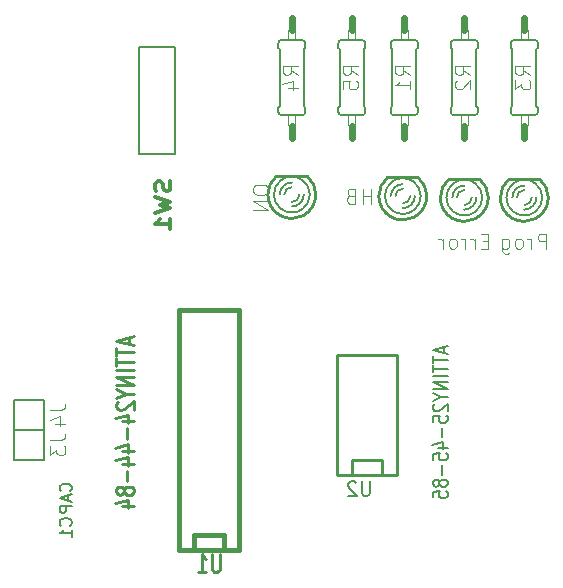
<source format=gbo>
G04 (created by PCBNEW (2013-jul-07)-stable) date Wed 25 Feb 2015 17:07:09 CET*
%MOIN*%
G04 Gerber Fmt 3.4, Leading zero omitted, Abs format*
%FSLAX34Y34*%
G01*
G70*
G90*
G04 APERTURE LIST*
%ADD10C,0.00590551*%
%ADD11C,0.01*%
%ADD12C,0.006*%
%ADD13C,0.015*%
%ADD14C,0.0026*%
%ADD15C,0.024*%
%ADD16C,0.012*%
%ADD17C,0.0035*%
%ADD18C,0.01125*%
%ADD19C,0.008*%
G04 APERTURE END LIST*
G54D10*
X65500Y-29311D02*
X64909Y-29311D01*
X64909Y-29311D02*
X64909Y-25767D01*
X64909Y-25767D02*
X64909Y-25728D01*
X64909Y-25728D02*
X66090Y-25728D01*
X66090Y-25728D02*
X66090Y-29311D01*
X65500Y-29311D02*
X66090Y-29311D01*
G54D11*
X69500Y-30030D02*
X70500Y-30030D01*
G54D12*
X70384Y-31110D02*
G75*
G02X70000Y-31250I-384J460D01*
G74*
G01*
X70000Y-31249D02*
G75*
G02X69602Y-31098I0J599D01*
G74*
G01*
X70000Y-30050D02*
G75*
G02X70389Y-30194I0J-599D01*
G74*
G01*
X69615Y-30189D02*
G75*
G02X70000Y-30050I384J-460D01*
G74*
G01*
X70349Y-30162D02*
G75*
G02X70600Y-30650I-349J-487D01*
G74*
G01*
X70600Y-30650D02*
G75*
G02X70360Y-31129I-600J0D01*
G74*
G01*
X69400Y-30650D02*
G75*
G02X69631Y-30177I599J0D01*
G74*
G01*
X69631Y-31123D02*
G75*
G02X69400Y-30650I368J473D01*
G74*
G01*
X70250Y-30650D02*
G75*
G02X70000Y-30900I-250J0D01*
G74*
G01*
X70400Y-30650D02*
G75*
G02X70000Y-31050I-400J0D01*
G74*
G01*
X69750Y-30650D02*
G75*
G02X70000Y-30400I250J0D01*
G74*
G01*
X69600Y-30650D02*
G75*
G02X70000Y-30250I400J0D01*
G74*
G01*
G54D11*
X70513Y-30036D02*
G75*
G02X70800Y-30650I-513J-613D01*
G74*
G01*
X70799Y-30650D02*
G75*
G02X70376Y-31354I-799J0D01*
G74*
G01*
X69201Y-30648D02*
G75*
G02X69484Y-30039I798J-1D01*
G74*
G01*
X69602Y-31344D02*
G75*
G02X69200Y-30650I397J694D01*
G74*
G01*
X70379Y-31354D02*
G75*
G02X70000Y-31450I-379J704D01*
G74*
G01*
X70000Y-31449D02*
G75*
G02X69581Y-31331I0J799D01*
G74*
G01*
G54D13*
X68250Y-42500D02*
X68250Y-34500D01*
X66250Y-34500D02*
X66250Y-42500D01*
X66250Y-42500D02*
X68250Y-42500D01*
X67750Y-42500D02*
X67750Y-42000D01*
X67750Y-42000D02*
X66750Y-42000D01*
X66750Y-42000D02*
X66750Y-42500D01*
X68250Y-34500D02*
X66250Y-34500D01*
G54D12*
X61750Y-39500D02*
X61750Y-38500D01*
X61750Y-38500D02*
X60750Y-38500D01*
X60750Y-38500D02*
X60750Y-39500D01*
X60750Y-39500D02*
X61750Y-39500D01*
X61750Y-38500D02*
X61750Y-37500D01*
X61750Y-37500D02*
X60750Y-37500D01*
X60750Y-37500D02*
X60750Y-38500D01*
X60750Y-38500D02*
X61750Y-38500D01*
G54D11*
X73000Y-40000D02*
X73000Y-39500D01*
X73000Y-39500D02*
X72000Y-39500D01*
X72000Y-39500D02*
X72000Y-40000D01*
X73500Y-40000D02*
X73500Y-36000D01*
X73500Y-36000D02*
X71500Y-36000D01*
X71500Y-36000D02*
X71500Y-40000D01*
X71500Y-40000D02*
X73500Y-40000D01*
G54D14*
X77870Y-28000D02*
X77870Y-28340D01*
X77870Y-28340D02*
X77630Y-28340D01*
X77630Y-28000D02*
X77630Y-28340D01*
X77870Y-28000D02*
X77630Y-28000D01*
X77870Y-25160D02*
X77870Y-25500D01*
X77870Y-25500D02*
X77630Y-25500D01*
X77630Y-25160D02*
X77630Y-25500D01*
X77870Y-25160D02*
X77630Y-25160D01*
G54D15*
X77750Y-28750D02*
X77750Y-28350D01*
X77750Y-24750D02*
X77750Y-25150D01*
G54D12*
X78100Y-25500D02*
X77400Y-25500D01*
X77300Y-25600D02*
X77300Y-25750D01*
X77350Y-25800D02*
X77300Y-25750D01*
X78200Y-25600D02*
X78200Y-25750D01*
X78150Y-25800D02*
X78200Y-25750D01*
X77350Y-27700D02*
X77300Y-27750D01*
X77350Y-27700D02*
X77350Y-25800D01*
X78150Y-27700D02*
X78200Y-27750D01*
X78150Y-27700D02*
X78150Y-25800D01*
X77300Y-27900D02*
X77300Y-27750D01*
X78200Y-27900D02*
X78200Y-27750D01*
X78100Y-28000D02*
X77400Y-28000D01*
X77300Y-25600D02*
G75*
G02X77400Y-25500I100J0D01*
G74*
G01*
X78100Y-25500D02*
G75*
G02X78200Y-25600I0J-100D01*
G74*
G01*
X78200Y-27900D02*
G75*
G02X78100Y-28000I-100J0D01*
G74*
G01*
X77400Y-28000D02*
G75*
G02X77300Y-27900I0J100D01*
G74*
G01*
G54D14*
X75870Y-28000D02*
X75870Y-28340D01*
X75870Y-28340D02*
X75630Y-28340D01*
X75630Y-28000D02*
X75630Y-28340D01*
X75870Y-28000D02*
X75630Y-28000D01*
X75870Y-25160D02*
X75870Y-25500D01*
X75870Y-25500D02*
X75630Y-25500D01*
X75630Y-25160D02*
X75630Y-25500D01*
X75870Y-25160D02*
X75630Y-25160D01*
G54D15*
X75750Y-28750D02*
X75750Y-28350D01*
X75750Y-24750D02*
X75750Y-25150D01*
G54D12*
X76100Y-25500D02*
X75400Y-25500D01*
X75300Y-25600D02*
X75300Y-25750D01*
X75350Y-25800D02*
X75300Y-25750D01*
X76200Y-25600D02*
X76200Y-25750D01*
X76150Y-25800D02*
X76200Y-25750D01*
X75350Y-27700D02*
X75300Y-27750D01*
X75350Y-27700D02*
X75350Y-25800D01*
X76150Y-27700D02*
X76200Y-27750D01*
X76150Y-27700D02*
X76150Y-25800D01*
X75300Y-27900D02*
X75300Y-27750D01*
X76200Y-27900D02*
X76200Y-27750D01*
X76100Y-28000D02*
X75400Y-28000D01*
X75300Y-25600D02*
G75*
G02X75400Y-25500I100J0D01*
G74*
G01*
X76100Y-25500D02*
G75*
G02X76200Y-25600I0J-100D01*
G74*
G01*
X76200Y-27900D02*
G75*
G02X76100Y-28000I-100J0D01*
G74*
G01*
X75400Y-28000D02*
G75*
G02X75300Y-27900I0J100D01*
G74*
G01*
G54D14*
X73870Y-28000D02*
X73870Y-28340D01*
X73870Y-28340D02*
X73630Y-28340D01*
X73630Y-28000D02*
X73630Y-28340D01*
X73870Y-28000D02*
X73630Y-28000D01*
X73870Y-25160D02*
X73870Y-25500D01*
X73870Y-25500D02*
X73630Y-25500D01*
X73630Y-25160D02*
X73630Y-25500D01*
X73870Y-25160D02*
X73630Y-25160D01*
G54D15*
X73750Y-28750D02*
X73750Y-28350D01*
X73750Y-24750D02*
X73750Y-25150D01*
G54D12*
X74100Y-25500D02*
X73400Y-25500D01*
X73300Y-25600D02*
X73300Y-25750D01*
X73350Y-25800D02*
X73300Y-25750D01*
X74200Y-25600D02*
X74200Y-25750D01*
X74150Y-25800D02*
X74200Y-25750D01*
X73350Y-27700D02*
X73300Y-27750D01*
X73350Y-27700D02*
X73350Y-25800D01*
X74150Y-27700D02*
X74200Y-27750D01*
X74150Y-27700D02*
X74150Y-25800D01*
X73300Y-27900D02*
X73300Y-27750D01*
X74200Y-27900D02*
X74200Y-27750D01*
X74100Y-28000D02*
X73400Y-28000D01*
X73300Y-25600D02*
G75*
G02X73400Y-25500I100J0D01*
G74*
G01*
X74100Y-25500D02*
G75*
G02X74200Y-25600I0J-100D01*
G74*
G01*
X74200Y-27900D02*
G75*
G02X74100Y-28000I-100J0D01*
G74*
G01*
X73400Y-28000D02*
G75*
G02X73300Y-27900I0J100D01*
G74*
G01*
G54D11*
X77250Y-30130D02*
X78250Y-30130D01*
G54D12*
X78134Y-31210D02*
G75*
G02X77750Y-31350I-384J460D01*
G74*
G01*
X77750Y-31349D02*
G75*
G02X77352Y-31198I0J599D01*
G74*
G01*
X77750Y-30150D02*
G75*
G02X78139Y-30294I0J-599D01*
G74*
G01*
X77365Y-30289D02*
G75*
G02X77750Y-30150I384J-460D01*
G74*
G01*
X78099Y-30262D02*
G75*
G02X78350Y-30750I-349J-487D01*
G74*
G01*
X78350Y-30750D02*
G75*
G02X78110Y-31229I-600J0D01*
G74*
G01*
X77150Y-30750D02*
G75*
G02X77381Y-30277I599J0D01*
G74*
G01*
X77381Y-31223D02*
G75*
G02X77150Y-30750I368J473D01*
G74*
G01*
X78000Y-30750D02*
G75*
G02X77750Y-31000I-250J0D01*
G74*
G01*
X78150Y-30750D02*
G75*
G02X77750Y-31150I-400J0D01*
G74*
G01*
X77500Y-30750D02*
G75*
G02X77750Y-30500I250J0D01*
G74*
G01*
X77350Y-30750D02*
G75*
G02X77750Y-30350I400J0D01*
G74*
G01*
G54D11*
X78263Y-30136D02*
G75*
G02X78550Y-30750I-513J-613D01*
G74*
G01*
X78549Y-30750D02*
G75*
G02X78126Y-31454I-799J0D01*
G74*
G01*
X76951Y-30748D02*
G75*
G02X77234Y-30139I798J-1D01*
G74*
G01*
X77352Y-31444D02*
G75*
G02X76950Y-30750I397J694D01*
G74*
G01*
X78129Y-31454D02*
G75*
G02X77750Y-31550I-379J704D01*
G74*
G01*
X77750Y-31549D02*
G75*
G02X77331Y-31431I0J799D01*
G74*
G01*
X75250Y-30130D02*
X76250Y-30130D01*
G54D12*
X76134Y-31210D02*
G75*
G02X75750Y-31350I-384J460D01*
G74*
G01*
X75750Y-31349D02*
G75*
G02X75352Y-31198I0J599D01*
G74*
G01*
X75750Y-30150D02*
G75*
G02X76139Y-30294I0J-599D01*
G74*
G01*
X75365Y-30289D02*
G75*
G02X75750Y-30150I384J-460D01*
G74*
G01*
X76099Y-30262D02*
G75*
G02X76350Y-30750I-349J-487D01*
G74*
G01*
X76350Y-30750D02*
G75*
G02X76110Y-31229I-600J0D01*
G74*
G01*
X75150Y-30750D02*
G75*
G02X75381Y-30277I599J0D01*
G74*
G01*
X75381Y-31223D02*
G75*
G02X75150Y-30750I368J473D01*
G74*
G01*
X76000Y-30750D02*
G75*
G02X75750Y-31000I-250J0D01*
G74*
G01*
X76150Y-30750D02*
G75*
G02X75750Y-31150I-400J0D01*
G74*
G01*
X75500Y-30750D02*
G75*
G02X75750Y-30500I250J0D01*
G74*
G01*
X75350Y-30750D02*
G75*
G02X75750Y-30350I400J0D01*
G74*
G01*
G54D11*
X76263Y-30136D02*
G75*
G02X76550Y-30750I-513J-613D01*
G74*
G01*
X76549Y-30750D02*
G75*
G02X76126Y-31454I-799J0D01*
G74*
G01*
X74951Y-30748D02*
G75*
G02X75234Y-30139I798J-1D01*
G74*
G01*
X75352Y-31444D02*
G75*
G02X74950Y-30750I397J694D01*
G74*
G01*
X76129Y-31454D02*
G75*
G02X75750Y-31550I-379J704D01*
G74*
G01*
X75750Y-31549D02*
G75*
G02X75331Y-31431I0J799D01*
G74*
G01*
X73200Y-30080D02*
X74200Y-30080D01*
G54D12*
X74084Y-31160D02*
G75*
G02X73700Y-31300I-384J460D01*
G74*
G01*
X73700Y-31299D02*
G75*
G02X73302Y-31148I0J599D01*
G74*
G01*
X73700Y-30100D02*
G75*
G02X74089Y-30244I0J-599D01*
G74*
G01*
X73315Y-30239D02*
G75*
G02X73700Y-30100I384J-460D01*
G74*
G01*
X74049Y-30212D02*
G75*
G02X74300Y-30700I-349J-487D01*
G74*
G01*
X74300Y-30700D02*
G75*
G02X74060Y-31179I-600J0D01*
G74*
G01*
X73100Y-30700D02*
G75*
G02X73331Y-30227I599J0D01*
G74*
G01*
X73331Y-31173D02*
G75*
G02X73100Y-30700I368J473D01*
G74*
G01*
X73950Y-30700D02*
G75*
G02X73700Y-30950I-250J0D01*
G74*
G01*
X74100Y-30700D02*
G75*
G02X73700Y-31100I-400J0D01*
G74*
G01*
X73450Y-30700D02*
G75*
G02X73700Y-30450I250J0D01*
G74*
G01*
X73300Y-30700D02*
G75*
G02X73700Y-30300I400J0D01*
G74*
G01*
G54D11*
X74213Y-30086D02*
G75*
G02X74500Y-30700I-513J-613D01*
G74*
G01*
X74499Y-30700D02*
G75*
G02X74076Y-31404I-799J0D01*
G74*
G01*
X72901Y-30698D02*
G75*
G02X73184Y-30089I798J-1D01*
G74*
G01*
X73302Y-31394D02*
G75*
G02X72900Y-30700I397J694D01*
G74*
G01*
X74079Y-31404D02*
G75*
G02X73700Y-31500I-379J704D01*
G74*
G01*
X73700Y-31499D02*
G75*
G02X73281Y-31381I0J799D01*
G74*
G01*
G54D14*
X71880Y-25500D02*
X71880Y-25160D01*
X71880Y-25160D02*
X72120Y-25160D01*
X72120Y-25500D02*
X72120Y-25160D01*
X71880Y-25500D02*
X72120Y-25500D01*
X71880Y-28340D02*
X71880Y-28000D01*
X71880Y-28000D02*
X72120Y-28000D01*
X72120Y-28340D02*
X72120Y-28000D01*
X71880Y-28340D02*
X72120Y-28340D01*
G54D15*
X72000Y-24750D02*
X72000Y-25150D01*
X72000Y-28750D02*
X72000Y-28350D01*
G54D12*
X71650Y-28000D02*
X72350Y-28000D01*
X72450Y-27900D02*
X72450Y-27750D01*
X72400Y-27700D02*
X72450Y-27750D01*
X71550Y-27900D02*
X71550Y-27750D01*
X71600Y-27700D02*
X71550Y-27750D01*
X72400Y-25800D02*
X72450Y-25750D01*
X72400Y-25800D02*
X72400Y-27700D01*
X71600Y-25800D02*
X71550Y-25750D01*
X71600Y-25800D02*
X71600Y-27700D01*
X72450Y-25600D02*
X72450Y-25750D01*
X71550Y-25600D02*
X71550Y-25750D01*
X71650Y-25500D02*
X72350Y-25500D01*
X72450Y-27900D02*
G75*
G02X72350Y-28000I-100J0D01*
G74*
G01*
X71650Y-28000D02*
G75*
G02X71550Y-27900I0J100D01*
G74*
G01*
X71550Y-25600D02*
G75*
G02X71650Y-25500I100J0D01*
G74*
G01*
X72350Y-25500D02*
G75*
G02X72450Y-25600I0J-100D01*
G74*
G01*
G54D14*
X70120Y-28000D02*
X70120Y-28340D01*
X70120Y-28340D02*
X69880Y-28340D01*
X69880Y-28000D02*
X69880Y-28340D01*
X70120Y-28000D02*
X69880Y-28000D01*
X70120Y-25160D02*
X70120Y-25500D01*
X70120Y-25500D02*
X69880Y-25500D01*
X69880Y-25160D02*
X69880Y-25500D01*
X70120Y-25160D02*
X69880Y-25160D01*
G54D15*
X70000Y-28750D02*
X70000Y-28350D01*
X70000Y-24750D02*
X70000Y-25150D01*
G54D12*
X70350Y-25500D02*
X69650Y-25500D01*
X69550Y-25600D02*
X69550Y-25750D01*
X69600Y-25800D02*
X69550Y-25750D01*
X70450Y-25600D02*
X70450Y-25750D01*
X70400Y-25800D02*
X70450Y-25750D01*
X69600Y-27700D02*
X69550Y-27750D01*
X69600Y-27700D02*
X69600Y-25800D01*
X70400Y-27700D02*
X70450Y-27750D01*
X70400Y-27700D02*
X70400Y-25800D01*
X69550Y-27900D02*
X69550Y-27750D01*
X70450Y-27900D02*
X70450Y-27750D01*
X70350Y-28000D02*
X69650Y-28000D01*
X69550Y-25600D02*
G75*
G02X69650Y-25500I100J0D01*
G74*
G01*
X70350Y-25500D02*
G75*
G02X70450Y-25600I0J-100D01*
G74*
G01*
X70450Y-27900D02*
G75*
G02X70350Y-28000I-100J0D01*
G74*
G01*
X69650Y-28000D02*
G75*
G02X69550Y-27900I0J100D01*
G74*
G01*
G54D16*
X65928Y-30200D02*
X65952Y-30285D01*
X65952Y-30428D01*
X65928Y-30485D01*
X65904Y-30514D01*
X65857Y-30542D01*
X65809Y-30542D01*
X65761Y-30514D01*
X65738Y-30485D01*
X65714Y-30428D01*
X65690Y-30314D01*
X65666Y-30257D01*
X65642Y-30228D01*
X65595Y-30200D01*
X65547Y-30200D01*
X65500Y-30228D01*
X65476Y-30257D01*
X65452Y-30314D01*
X65452Y-30457D01*
X65476Y-30542D01*
X65452Y-30742D02*
X65952Y-30885D01*
X65595Y-31000D01*
X65952Y-31114D01*
X65452Y-31257D01*
X65952Y-31800D02*
X65952Y-31457D01*
X65952Y-31628D02*
X65452Y-31628D01*
X65523Y-31571D01*
X65571Y-31514D01*
X65595Y-31457D01*
G54D17*
X68702Y-30440D02*
X68702Y-30535D01*
X68726Y-30583D01*
X68773Y-30630D01*
X68869Y-30654D01*
X69035Y-30654D01*
X69130Y-30630D01*
X69178Y-30583D01*
X69202Y-30535D01*
X69202Y-30440D01*
X69178Y-30392D01*
X69130Y-30345D01*
X69035Y-30321D01*
X68869Y-30321D01*
X68773Y-30345D01*
X68726Y-30392D01*
X68702Y-30440D01*
X69202Y-30869D02*
X68702Y-30869D01*
X69202Y-31154D01*
X68702Y-31154D01*
G54D18*
X67592Y-42642D02*
X67592Y-43128D01*
X67571Y-43185D01*
X67550Y-43214D01*
X67507Y-43242D01*
X67421Y-43242D01*
X67378Y-43214D01*
X67357Y-43185D01*
X67335Y-43128D01*
X67335Y-42642D01*
X66885Y-43242D02*
X67142Y-43242D01*
X67014Y-43242D02*
X67014Y-42642D01*
X67057Y-42728D01*
X67100Y-42785D01*
X67142Y-42814D01*
G54D16*
G54D18*
X64571Y-35421D02*
X64571Y-35635D01*
X64742Y-35378D02*
X64142Y-35528D01*
X64742Y-35678D01*
X64142Y-35764D02*
X64142Y-36021D01*
X64742Y-35892D02*
X64142Y-35892D01*
X64142Y-36107D02*
X64142Y-36364D01*
X64742Y-36235D02*
X64142Y-36235D01*
X64742Y-36514D02*
X64142Y-36514D01*
X64742Y-36728D02*
X64142Y-36728D01*
X64742Y-36985D01*
X64142Y-36985D01*
X64457Y-37285D02*
X64742Y-37285D01*
X64142Y-37135D02*
X64457Y-37285D01*
X64142Y-37435D01*
X64200Y-37564D02*
X64171Y-37585D01*
X64142Y-37628D01*
X64142Y-37735D01*
X64171Y-37778D01*
X64200Y-37800D01*
X64257Y-37821D01*
X64314Y-37821D01*
X64400Y-37800D01*
X64742Y-37542D01*
X64742Y-37821D01*
X64342Y-38207D02*
X64742Y-38207D01*
X64114Y-38100D02*
X64542Y-37992D01*
X64542Y-38271D01*
X64514Y-38442D02*
X64514Y-38785D01*
X64342Y-39192D02*
X64742Y-39192D01*
X64114Y-39085D02*
X64542Y-38978D01*
X64542Y-39257D01*
X64342Y-39621D02*
X64742Y-39621D01*
X64114Y-39514D02*
X64542Y-39407D01*
X64542Y-39685D01*
X64514Y-39857D02*
X64514Y-40200D01*
X64400Y-40478D02*
X64371Y-40435D01*
X64342Y-40414D01*
X64285Y-40392D01*
X64257Y-40392D01*
X64200Y-40414D01*
X64171Y-40435D01*
X64142Y-40478D01*
X64142Y-40564D01*
X64171Y-40607D01*
X64200Y-40628D01*
X64257Y-40650D01*
X64285Y-40650D01*
X64342Y-40628D01*
X64371Y-40607D01*
X64400Y-40564D01*
X64400Y-40478D01*
X64428Y-40435D01*
X64457Y-40414D01*
X64514Y-40392D01*
X64628Y-40392D01*
X64685Y-40414D01*
X64714Y-40435D01*
X64742Y-40478D01*
X64742Y-40564D01*
X64714Y-40607D01*
X64685Y-40628D01*
X64628Y-40650D01*
X64514Y-40650D01*
X64457Y-40628D01*
X64428Y-40607D01*
X64400Y-40564D01*
X64342Y-41035D02*
X64742Y-41035D01*
X64114Y-40928D02*
X64542Y-40821D01*
X64542Y-41100D01*
G54D10*
X62621Y-41684D02*
X62640Y-41665D01*
X62659Y-41609D01*
X62659Y-41571D01*
X62640Y-41515D01*
X62603Y-41478D01*
X62565Y-41459D01*
X62490Y-41440D01*
X62434Y-41440D01*
X62359Y-41459D01*
X62321Y-41478D01*
X62284Y-41515D01*
X62265Y-41571D01*
X62265Y-41609D01*
X62284Y-41665D01*
X62303Y-41684D01*
X62659Y-42059D02*
X62659Y-41834D01*
X62659Y-41946D02*
X62265Y-41946D01*
X62321Y-41909D01*
X62359Y-41871D01*
X62378Y-41834D01*
X62621Y-40525D02*
X62640Y-40507D01*
X62659Y-40450D01*
X62659Y-40413D01*
X62640Y-40357D01*
X62603Y-40319D01*
X62565Y-40300D01*
X62490Y-40282D01*
X62434Y-40282D01*
X62359Y-40300D01*
X62321Y-40319D01*
X62284Y-40357D01*
X62265Y-40413D01*
X62265Y-40450D01*
X62284Y-40507D01*
X62303Y-40525D01*
X62546Y-40675D02*
X62546Y-40863D01*
X62659Y-40638D02*
X62265Y-40769D01*
X62659Y-40900D01*
X62659Y-41032D02*
X62265Y-41032D01*
X62265Y-41182D01*
X62284Y-41219D01*
X62303Y-41238D01*
X62340Y-41257D01*
X62396Y-41257D01*
X62434Y-41238D01*
X62453Y-41219D01*
X62471Y-41182D01*
X62471Y-41032D01*
G54D17*
X61952Y-38833D02*
X62309Y-38833D01*
X62380Y-38809D01*
X62428Y-38761D01*
X62452Y-38690D01*
X62452Y-38642D01*
X61952Y-39023D02*
X61952Y-39333D01*
X62142Y-39166D01*
X62142Y-39238D01*
X62166Y-39285D01*
X62190Y-39309D01*
X62238Y-39333D01*
X62357Y-39333D01*
X62404Y-39309D01*
X62428Y-39285D01*
X62452Y-39238D01*
X62452Y-39095D01*
X62428Y-39047D01*
X62404Y-39023D01*
G54D10*
G54D17*
X61952Y-37833D02*
X62309Y-37833D01*
X62380Y-37809D01*
X62428Y-37761D01*
X62452Y-37690D01*
X62452Y-37642D01*
X62119Y-38285D02*
X62452Y-38285D01*
X61928Y-38166D02*
X62285Y-38047D01*
X62285Y-38357D01*
G54D10*
G54D19*
X72592Y-40202D02*
X72592Y-40607D01*
X72571Y-40654D01*
X72550Y-40678D01*
X72507Y-40702D01*
X72421Y-40702D01*
X72378Y-40678D01*
X72357Y-40654D01*
X72335Y-40607D01*
X72335Y-40202D01*
X72142Y-40250D02*
X72121Y-40226D01*
X72078Y-40202D01*
X71971Y-40202D01*
X71928Y-40226D01*
X71907Y-40250D01*
X71885Y-40297D01*
X71885Y-40345D01*
X71907Y-40416D01*
X72164Y-40702D01*
X71885Y-40702D01*
X75059Y-35735D02*
X75059Y-35926D01*
X75202Y-35697D02*
X74702Y-35830D01*
X75202Y-35964D01*
X74702Y-36040D02*
X74702Y-36269D01*
X75202Y-36154D02*
X74702Y-36154D01*
X74702Y-36345D02*
X74702Y-36573D01*
X75202Y-36459D02*
X74702Y-36459D01*
X75202Y-36707D02*
X74702Y-36707D01*
X75202Y-36897D02*
X74702Y-36897D01*
X75202Y-37126D01*
X74702Y-37126D01*
X74964Y-37392D02*
X75202Y-37392D01*
X74702Y-37259D02*
X74964Y-37392D01*
X74702Y-37526D01*
X74750Y-37640D02*
X74726Y-37659D01*
X74702Y-37697D01*
X74702Y-37792D01*
X74726Y-37830D01*
X74750Y-37850D01*
X74797Y-37869D01*
X74845Y-37869D01*
X74916Y-37850D01*
X75202Y-37621D01*
X75202Y-37869D01*
X74702Y-38230D02*
X74702Y-38040D01*
X74940Y-38021D01*
X74916Y-38040D01*
X74892Y-38078D01*
X74892Y-38173D01*
X74916Y-38211D01*
X74940Y-38230D01*
X74988Y-38250D01*
X75107Y-38250D01*
X75154Y-38230D01*
X75178Y-38211D01*
X75202Y-38173D01*
X75202Y-38078D01*
X75178Y-38040D01*
X75154Y-38021D01*
X75011Y-38421D02*
X75011Y-38726D01*
X74869Y-39088D02*
X75202Y-39088D01*
X74678Y-38992D02*
X75035Y-38897D01*
X75035Y-39145D01*
X74702Y-39488D02*
X74702Y-39297D01*
X74940Y-39278D01*
X74916Y-39297D01*
X74892Y-39335D01*
X74892Y-39430D01*
X74916Y-39469D01*
X74940Y-39488D01*
X74988Y-39507D01*
X75107Y-39507D01*
X75154Y-39488D01*
X75178Y-39469D01*
X75202Y-39430D01*
X75202Y-39335D01*
X75178Y-39297D01*
X75154Y-39278D01*
X75011Y-39678D02*
X75011Y-39983D01*
X74916Y-40230D02*
X74892Y-40192D01*
X74869Y-40173D01*
X74821Y-40154D01*
X74797Y-40154D01*
X74750Y-40173D01*
X74726Y-40192D01*
X74702Y-40230D01*
X74702Y-40307D01*
X74726Y-40345D01*
X74750Y-40364D01*
X74797Y-40383D01*
X74821Y-40383D01*
X74869Y-40364D01*
X74892Y-40345D01*
X74916Y-40307D01*
X74916Y-40230D01*
X74940Y-40192D01*
X74964Y-40173D01*
X75011Y-40154D01*
X75107Y-40154D01*
X75154Y-40173D01*
X75178Y-40192D01*
X75202Y-40230D01*
X75202Y-40307D01*
X75178Y-40345D01*
X75154Y-40364D01*
X75107Y-40383D01*
X75011Y-40383D01*
X74964Y-40364D01*
X74940Y-40345D01*
X74916Y-40307D01*
X74702Y-40745D02*
X74702Y-40554D01*
X74940Y-40535D01*
X74916Y-40554D01*
X74892Y-40592D01*
X74892Y-40688D01*
X74916Y-40726D01*
X74940Y-40745D01*
X74988Y-40764D01*
X75107Y-40764D01*
X75154Y-40745D01*
X75178Y-40726D01*
X75202Y-40688D01*
X75202Y-40592D01*
X75178Y-40554D01*
X75154Y-40535D01*
G54D17*
X77952Y-26666D02*
X77714Y-26500D01*
X77952Y-26380D02*
X77452Y-26380D01*
X77452Y-26571D01*
X77476Y-26619D01*
X77500Y-26642D01*
X77547Y-26666D01*
X77619Y-26666D01*
X77666Y-26642D01*
X77690Y-26619D01*
X77714Y-26571D01*
X77714Y-26380D01*
X77452Y-26833D02*
X77452Y-27142D01*
X77642Y-26976D01*
X77642Y-27047D01*
X77666Y-27095D01*
X77690Y-27119D01*
X77738Y-27142D01*
X77857Y-27142D01*
X77904Y-27119D01*
X77928Y-27095D01*
X77952Y-27047D01*
X77952Y-26904D01*
X77928Y-26857D01*
X77904Y-26833D01*
X75952Y-26666D02*
X75714Y-26500D01*
X75952Y-26380D02*
X75452Y-26380D01*
X75452Y-26571D01*
X75476Y-26619D01*
X75500Y-26642D01*
X75547Y-26666D01*
X75619Y-26666D01*
X75666Y-26642D01*
X75690Y-26619D01*
X75714Y-26571D01*
X75714Y-26380D01*
X75500Y-26857D02*
X75476Y-26880D01*
X75452Y-26928D01*
X75452Y-27047D01*
X75476Y-27095D01*
X75500Y-27119D01*
X75547Y-27142D01*
X75595Y-27142D01*
X75666Y-27119D01*
X75952Y-26833D01*
X75952Y-27142D01*
X73952Y-26666D02*
X73714Y-26500D01*
X73952Y-26380D02*
X73452Y-26380D01*
X73452Y-26571D01*
X73476Y-26619D01*
X73500Y-26642D01*
X73547Y-26666D01*
X73619Y-26666D01*
X73666Y-26642D01*
X73690Y-26619D01*
X73714Y-26571D01*
X73714Y-26380D01*
X73952Y-27142D02*
X73952Y-26857D01*
X73952Y-27000D02*
X73452Y-27000D01*
X73523Y-26952D01*
X73571Y-26904D01*
X73595Y-26857D01*
X78488Y-32452D02*
X78488Y-31952D01*
X78297Y-31952D01*
X78250Y-31976D01*
X78226Y-32000D01*
X78202Y-32047D01*
X78202Y-32119D01*
X78226Y-32166D01*
X78250Y-32190D01*
X78297Y-32214D01*
X78488Y-32214D01*
X77988Y-32452D02*
X77988Y-32119D01*
X77988Y-32214D02*
X77964Y-32166D01*
X77940Y-32142D01*
X77892Y-32119D01*
X77845Y-32119D01*
X77607Y-32452D02*
X77654Y-32428D01*
X77678Y-32404D01*
X77702Y-32357D01*
X77702Y-32214D01*
X77678Y-32166D01*
X77654Y-32142D01*
X77607Y-32119D01*
X77535Y-32119D01*
X77488Y-32142D01*
X77464Y-32166D01*
X77440Y-32214D01*
X77440Y-32357D01*
X77464Y-32404D01*
X77488Y-32428D01*
X77535Y-32452D01*
X77607Y-32452D01*
X77011Y-32119D02*
X77011Y-32523D01*
X77035Y-32571D01*
X77059Y-32595D01*
X77107Y-32619D01*
X77178Y-32619D01*
X77226Y-32595D01*
X77011Y-32428D02*
X77059Y-32452D01*
X77154Y-32452D01*
X77202Y-32428D01*
X77226Y-32404D01*
X77250Y-32357D01*
X77250Y-32214D01*
X77226Y-32166D01*
X77202Y-32142D01*
X77154Y-32119D01*
X77059Y-32119D01*
X77011Y-32142D01*
X76547Y-32190D02*
X76380Y-32190D01*
X76309Y-32452D02*
X76547Y-32452D01*
X76547Y-31952D01*
X76309Y-31952D01*
X76095Y-32452D02*
X76095Y-32119D01*
X76095Y-32214D02*
X76071Y-32166D01*
X76047Y-32142D01*
X75999Y-32119D01*
X75952Y-32119D01*
X75785Y-32452D02*
X75785Y-32119D01*
X75785Y-32214D02*
X75761Y-32166D01*
X75738Y-32142D01*
X75690Y-32119D01*
X75642Y-32119D01*
X75404Y-32452D02*
X75452Y-32428D01*
X75476Y-32404D01*
X75500Y-32357D01*
X75500Y-32214D01*
X75476Y-32166D01*
X75452Y-32142D01*
X75404Y-32119D01*
X75333Y-32119D01*
X75285Y-32142D01*
X75261Y-32166D01*
X75238Y-32214D01*
X75238Y-32357D01*
X75261Y-32404D01*
X75285Y-32428D01*
X75333Y-32452D01*
X75404Y-32452D01*
X75023Y-32452D02*
X75023Y-32119D01*
X75023Y-32214D02*
X75000Y-32166D01*
X74976Y-32142D01*
X74928Y-32119D01*
X74880Y-32119D01*
X72642Y-30952D02*
X72642Y-30452D01*
X72642Y-30690D02*
X72357Y-30690D01*
X72357Y-30952D02*
X72357Y-30452D01*
X71952Y-30690D02*
X71880Y-30714D01*
X71857Y-30738D01*
X71833Y-30785D01*
X71833Y-30857D01*
X71857Y-30904D01*
X71880Y-30928D01*
X71928Y-30952D01*
X72119Y-30952D01*
X72119Y-30452D01*
X71952Y-30452D01*
X71904Y-30476D01*
X71880Y-30500D01*
X71857Y-30547D01*
X71857Y-30595D01*
X71880Y-30642D01*
X71904Y-30666D01*
X71952Y-30690D01*
X72119Y-30690D01*
X72202Y-26666D02*
X71964Y-26500D01*
X72202Y-26380D02*
X71702Y-26380D01*
X71702Y-26571D01*
X71726Y-26619D01*
X71750Y-26642D01*
X71797Y-26666D01*
X71869Y-26666D01*
X71916Y-26642D01*
X71940Y-26619D01*
X71964Y-26571D01*
X71964Y-26380D01*
X71702Y-27119D02*
X71702Y-26880D01*
X71940Y-26857D01*
X71916Y-26880D01*
X71892Y-26928D01*
X71892Y-27047D01*
X71916Y-27095D01*
X71940Y-27119D01*
X71988Y-27142D01*
X72107Y-27142D01*
X72154Y-27119D01*
X72178Y-27095D01*
X72202Y-27047D01*
X72202Y-26928D01*
X72178Y-26880D01*
X72154Y-26857D01*
X70202Y-26666D02*
X69964Y-26500D01*
X70202Y-26380D02*
X69702Y-26380D01*
X69702Y-26571D01*
X69726Y-26619D01*
X69750Y-26642D01*
X69797Y-26666D01*
X69869Y-26666D01*
X69916Y-26642D01*
X69940Y-26619D01*
X69964Y-26571D01*
X69964Y-26380D01*
X69869Y-27095D02*
X70202Y-27095D01*
X69678Y-26976D02*
X70035Y-26857D01*
X70035Y-27166D01*
M02*

</source>
